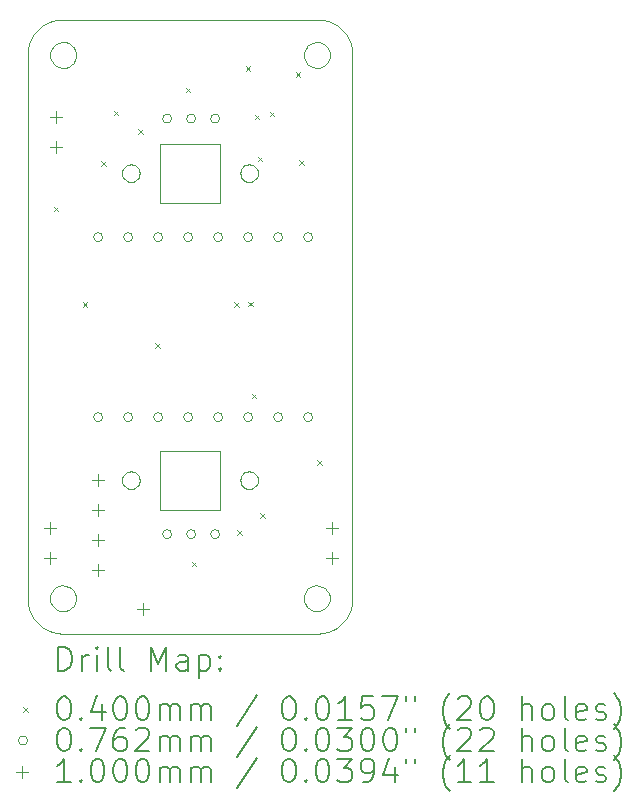
<source format=gbr>
%TF.GenerationSoftware,KiCad,Pcbnew,7.0.7*%
%TF.CreationDate,2024-09-13T10:44:55-05:00*%
%TF.ProjectId,OM-EPSC3-Micro,4f4d2d45-5053-4433-932d-4d6963726f2e,rev?*%
%TF.SameCoordinates,Original*%
%TF.FileFunction,Drillmap*%
%TF.FilePolarity,Positive*%
%FSLAX45Y45*%
G04 Gerber Fmt 4.5, Leading zero omitted, Abs format (unit mm)*
G04 Created by KiCad (PCBNEW 7.0.7) date 2024-09-13 10:44:55*
%MOMM*%
%LPD*%
G01*
G04 APERTURE LIST*
%ADD10C,0.003779*%
%ADD11C,0.200000*%
%ADD12C,0.040000*%
%ADD13C,0.076200*%
%ADD14C,0.100000*%
G04 APERTURE END LIST*
D10*
X22016500Y-10617700D02*
X22016500Y-10706100D01*
X21489500Y-9156100D02*
X21899100Y-9156100D01*
X22729000Y-10391100D02*
X22718300Y-10399384D01*
X21085000Y-9483500D02*
X21095100Y-9509100D01*
X22701500Y-10493600D02*
X22713500Y-10509100D01*
X21804000Y-10521100D02*
X21819500Y-10509100D01*
X21095100Y-14109100D02*
X21111300Y-14131400D01*
X23235000Y-9428700D02*
X23231500Y-9456100D01*
X21095100Y-9403100D02*
X21085000Y-9428700D01*
X22016500Y-13306100D02*
X22516500Y-13306100D01*
X21729000Y-13121100D02*
X21747100Y-13128500D01*
X21766500Y-10381100D02*
X21747100Y-10383700D01*
X20906200Y-9363400D02*
X20924200Y-9319900D01*
X23641500Y-10617700D02*
X23641500Y-12256100D01*
X21831500Y-10418600D02*
X21827087Y-10412900D01*
X21694300Y-10436211D02*
X21694100Y-10436700D01*
X21144600Y-14352400D02*
X21098800Y-14341400D01*
X21212100Y-9348000D02*
X21184600Y-9346300D01*
X23411600Y-14140900D02*
X23430500Y-14120800D01*
X21899100Y-9156100D02*
X22718300Y-9156100D01*
X21729000Y-12991100D02*
X21713500Y-13003100D01*
X23245100Y-9509100D02*
X23261300Y-9531400D01*
X23641500Y-12256100D02*
X23641500Y-13075300D01*
X23430500Y-13991400D02*
X23411600Y-13971300D01*
X23641500Y-13248368D02*
X23641500Y-13494166D01*
X23334600Y-9565900D02*
X23362100Y-9564200D01*
X23584200Y-14232400D02*
X23553600Y-14268200D01*
X23388300Y-9356600D02*
X23362100Y-9348000D01*
X21015200Y-14298800D02*
X20979400Y-14268200D01*
X21184600Y-9565900D02*
X21212100Y-9564200D01*
X21747100Y-12983700D02*
X21729000Y-12991100D01*
X23282600Y-9549000D02*
X23307500Y-9560700D01*
X21838900Y-10436700D02*
X21831500Y-10418600D01*
X22819500Y-13003100D02*
X22804000Y-12991100D01*
X22804000Y-10521100D02*
X22819500Y-10509100D01*
X21694073Y-13075300D02*
X21694100Y-13075500D01*
X21831500Y-13018600D02*
X21819500Y-13003100D01*
X23428149Y-9388900D02*
X23411600Y-9371300D01*
X21284700Y-9399042D02*
X21280500Y-9391400D01*
X20906200Y-14148800D02*
X20895200Y-14103000D01*
X21111300Y-9380800D02*
X21105416Y-9388900D01*
X23411600Y-9371300D02*
X23388300Y-9356600D01*
X21838927Y-13075300D02*
X21841500Y-13056100D01*
X23517800Y-9213400D02*
X23537500Y-9230239D01*
X21085000Y-14028700D02*
X21081500Y-14056100D01*
X23537500Y-9230239D02*
X23553600Y-9244000D01*
X23641500Y-14056100D02*
X23637800Y-14103000D01*
X23282600Y-13963200D02*
X23261300Y-13980800D01*
X21080277Y-9178465D02*
X21098800Y-9170800D01*
X23307500Y-9351500D02*
X23282600Y-9363200D01*
X22718300Y-10512816D02*
X22729000Y-10521100D01*
X21831500Y-13093600D02*
X21838900Y-13075500D01*
X21280500Y-9520800D02*
X21284700Y-9513158D01*
X23307500Y-9560700D02*
X23332700Y-9565536D01*
X23388300Y-13956599D02*
X23362100Y-13948000D01*
X21079900Y-9178621D02*
X21080277Y-9178465D01*
X20979400Y-14268200D02*
X20948800Y-14232400D01*
X22804000Y-13121100D02*
X22819500Y-13109100D01*
X20948800Y-14232400D02*
X20924200Y-14192300D01*
X21691500Y-13056100D02*
X21694073Y-13075300D01*
X21238300Y-9555600D02*
X21261600Y-9540900D01*
X21085000Y-14083500D02*
X21091234Y-14099300D01*
X23411600Y-13971300D02*
X23388300Y-13956599D01*
X23334600Y-14165900D02*
X23362100Y-14164200D01*
X23443800Y-14015600D02*
X23430500Y-13991400D01*
X21081500Y-14056100D02*
X21085000Y-14083500D01*
X22694100Y-10436700D02*
X22691500Y-10456100D01*
X22701500Y-13093600D02*
X22713500Y-13109100D01*
X21261600Y-9540900D02*
X21280500Y-9520800D01*
X22516500Y-13306100D02*
X22516500Y-13075300D01*
X23362100Y-13948000D02*
X23334600Y-13946300D01*
X22713500Y-13003100D02*
X22701500Y-13018600D01*
X21212100Y-14164200D02*
X21238300Y-14155600D01*
X21284700Y-13999042D02*
X21280500Y-13991400D01*
X22718300Y-9156100D02*
X23127900Y-9156100D01*
X21278149Y-9388900D02*
X21261600Y-9371300D01*
X21238300Y-14155600D02*
X21261600Y-14140900D01*
X20891500Y-10706100D02*
X20891500Y-10617700D01*
X23553600Y-9244000D02*
X23584200Y-9279800D01*
X21144600Y-9159800D02*
X21191500Y-9156100D01*
X21827087Y-10412900D02*
X21819500Y-10403100D01*
X23282600Y-14149000D02*
X23307500Y-14160700D01*
X21157500Y-9351500D02*
X21132600Y-9363200D01*
X22804000Y-10391100D02*
X22785900Y-10383700D01*
X21899100Y-14356100D02*
X21489500Y-14356100D01*
X22694100Y-10475500D02*
X22701500Y-10493600D01*
X23641500Y-13075300D02*
X23641500Y-13248368D01*
X21157500Y-13951500D02*
X21132600Y-13963200D01*
X22516500Y-10617700D02*
X22516500Y-10206100D01*
X21261600Y-9371300D02*
X21238300Y-9356600D01*
X21729000Y-10391100D02*
X21713500Y-10403100D01*
X23517800Y-14298800D02*
X23509160Y-14304100D01*
X21841500Y-13056100D02*
X21838900Y-13036700D01*
X21055300Y-14323400D02*
X21015200Y-14298800D01*
X23626800Y-14148800D02*
X23608800Y-14192300D01*
X22691500Y-10456100D02*
X22694100Y-10475500D01*
X23307500Y-14160700D02*
X23334600Y-14165900D01*
X23641500Y-13494166D02*
X23641500Y-13827551D01*
X23245100Y-9403100D02*
X23235000Y-9428700D01*
X22691500Y-13056100D02*
X22694073Y-13075300D01*
X21238300Y-9356600D02*
X21212100Y-9348000D01*
X22016500Y-10206100D02*
X22016500Y-10617700D01*
X21293800Y-9415600D02*
X21284700Y-9399042D01*
X21838900Y-13075500D02*
X21838927Y-13075300D01*
X21831500Y-10493600D02*
X21838900Y-10475500D01*
X23608800Y-9319900D02*
X23626800Y-9363400D01*
X23450600Y-9469900D02*
X23450600Y-9442300D01*
X22747100Y-12983700D02*
X22729000Y-12991100D01*
X23245100Y-14003100D02*
X23235000Y-14028700D01*
X23450600Y-9442300D02*
X23443800Y-9415600D01*
X20891500Y-10617700D02*
X20891500Y-9456100D01*
X22785900Y-10528500D02*
X22804000Y-10521100D01*
X22016500Y-13075300D02*
X22016500Y-13306100D01*
X23450600Y-14042300D02*
X23443800Y-14015600D01*
X21300600Y-9442300D02*
X21293800Y-9415600D01*
X21184600Y-14165900D02*
X21212100Y-14164200D01*
X23477700Y-14323400D02*
X23434200Y-14341400D01*
X21280500Y-9391400D02*
X21278149Y-9388900D01*
X22016500Y-10706100D02*
X22516500Y-10706100D01*
X22831500Y-13093600D02*
X22838900Y-13075500D01*
X23641500Y-9798500D02*
X23641500Y-10617700D01*
X23537500Y-14281961D02*
X23517800Y-14298800D01*
X22701500Y-10418600D02*
X22694100Y-10436700D01*
X21191500Y-14356100D02*
X21144600Y-14352400D01*
X23434200Y-14341400D02*
X23388400Y-14352400D01*
X23334600Y-13946300D02*
X23332700Y-13946664D01*
X23235000Y-9483500D02*
X23245100Y-9509100D01*
X20948800Y-9279800D02*
X20979400Y-9244000D01*
X20891500Y-12256100D02*
X20891500Y-10706100D01*
X22747100Y-13128500D02*
X22766500Y-13131100D01*
X21157500Y-14160700D02*
X21184600Y-14165900D01*
X22747100Y-10383700D02*
X22729000Y-10391100D01*
X21819500Y-13109100D02*
X21831500Y-13093600D01*
X21838900Y-13036700D02*
X21831500Y-13018600D01*
X22713500Y-13109100D02*
X22718300Y-13112816D01*
X22819500Y-10509100D02*
X22831500Y-10493600D01*
X23637800Y-9409200D02*
X23641500Y-9456100D01*
X22838900Y-13036700D02*
X22831500Y-13018600D01*
X22694100Y-13036700D02*
X22691500Y-13056100D01*
X21280500Y-14120800D02*
X21292316Y-14099300D01*
X23261300Y-9380800D02*
X23255416Y-9388900D01*
X23608800Y-14192300D02*
X23584200Y-14232400D01*
X21055300Y-9188800D02*
X21079900Y-9178621D01*
X20924200Y-9319900D02*
X20948800Y-9279800D01*
X21691500Y-10456100D02*
X21694100Y-10475500D01*
X21132600Y-9363200D02*
X21111300Y-9380800D01*
X22785900Y-10383700D02*
X22766500Y-10381100D01*
X21081500Y-9456100D02*
X21085000Y-9483500D01*
X21184600Y-9346300D02*
X21157500Y-9351500D01*
X21713500Y-10403100D02*
X21705913Y-10412900D01*
X23637800Y-14103000D02*
X23626800Y-14148800D01*
X23443800Y-9496600D02*
X23450600Y-9469900D01*
X23411600Y-9540900D02*
X23430500Y-9520800D01*
X21300600Y-14042300D02*
X21293800Y-14015600D01*
X22831500Y-10418600D02*
X22827087Y-10412900D01*
X22718300Y-14356100D02*
X21899100Y-14356100D01*
X21212100Y-9564200D02*
X21238300Y-9555600D01*
X21694100Y-10436700D02*
X21691500Y-10456100D01*
X21098800Y-14341400D02*
X21079900Y-14333579D01*
X21091234Y-14099300D02*
X21095100Y-14109100D01*
X21300600Y-9469900D02*
X21300600Y-9442300D01*
X23509160Y-14304100D02*
X23477700Y-14323400D01*
X22729000Y-12991100D02*
X22718300Y-12999384D01*
X21085000Y-9428700D02*
X21081500Y-9456100D01*
X21261600Y-14140900D02*
X21280500Y-14120800D01*
X21713500Y-10509100D02*
X21729000Y-10521100D01*
X23261300Y-13980800D02*
X23245100Y-14003100D01*
X23362100Y-14164200D02*
X23388300Y-14155600D01*
X23434200Y-9170800D02*
X23477700Y-9188800D01*
X20979400Y-9244000D02*
X21015200Y-9213400D01*
X23641500Y-9456100D02*
X23641500Y-9798500D01*
X22827087Y-10412900D02*
X22819500Y-10403100D01*
X21701500Y-10493600D02*
X21713500Y-10509100D01*
X21098800Y-9170800D02*
X21144600Y-9159800D01*
X21111300Y-9531400D02*
X21132600Y-9549000D01*
X22729000Y-13121100D02*
X22747100Y-13128500D01*
X21747100Y-10383700D02*
X21729000Y-10391100D01*
X23626800Y-9363400D02*
X23637800Y-9409200D01*
X21261600Y-13971300D02*
X21238300Y-13956599D01*
X22516500Y-10206100D02*
X22016500Y-10206100D01*
X22841500Y-13056100D02*
X22838900Y-13036700D01*
X23442316Y-14099300D02*
X23443800Y-14096600D01*
X22713500Y-10403100D02*
X22701500Y-10418600D01*
X22718300Y-13112816D02*
X22729000Y-13121100D01*
X23430500Y-14120800D02*
X23442316Y-14099300D01*
X22701500Y-13018600D02*
X22694100Y-13036700D01*
X23388300Y-14155600D02*
X23411600Y-14140900D01*
X23282600Y-9363200D02*
X23261300Y-9380800D01*
X21293800Y-14096600D02*
X21300600Y-14069900D01*
X21785900Y-13128500D02*
X21804000Y-13121100D01*
X23443800Y-14096600D02*
X23450600Y-14069900D01*
X23450600Y-14069900D02*
X23450600Y-14042300D01*
X23261300Y-14131400D02*
X23282600Y-14149000D01*
X21132600Y-14149000D02*
X21157500Y-14160700D01*
X21838900Y-10475500D02*
X21841500Y-10456100D01*
X21841500Y-10456100D02*
X21838900Y-10436700D01*
X23235000Y-14083500D02*
X23241234Y-14099300D01*
X21729000Y-10521100D02*
X21747100Y-10528500D01*
X22804000Y-12991100D02*
X22785900Y-12983700D01*
X23388400Y-9159800D02*
X23434200Y-9170800D01*
X21184600Y-13946300D02*
X21157500Y-13951500D01*
X20924200Y-14192300D02*
X20906200Y-14148800D01*
X22831500Y-10493600D02*
X22838900Y-10475500D01*
X20895200Y-14103000D02*
X20891500Y-14056100D01*
X21292316Y-14099300D02*
X21293800Y-14096600D01*
X22516500Y-10706100D02*
X22516500Y-10617700D01*
X21701500Y-13093600D02*
X21713500Y-13109100D01*
X21095100Y-14003100D02*
X21085000Y-14028700D01*
X22841500Y-10456100D02*
X22838900Y-10436700D01*
X22785900Y-13128500D02*
X22804000Y-13121100D01*
X23641500Y-13894500D02*
X23641500Y-14056100D01*
X22729000Y-10521100D02*
X22747100Y-10528500D01*
X21079900Y-14333579D02*
X21055300Y-14323400D01*
X21293800Y-14015600D02*
X21284700Y-13999042D01*
X23231500Y-14056100D02*
X23235000Y-14083500D01*
X21694300Y-10475989D02*
X21701500Y-10493600D01*
X21785900Y-10383700D02*
X21766500Y-10381100D01*
X23209248Y-9156100D02*
X23341500Y-9156100D01*
X21111300Y-14131400D02*
X21132600Y-14149000D01*
X21280500Y-13991400D02*
X21261600Y-13971300D01*
X23341500Y-14356100D02*
X23127900Y-14356100D01*
X23334600Y-9346300D02*
X23307500Y-9351500D01*
X21694100Y-13036700D02*
X21691500Y-13056100D01*
X23307500Y-13951500D02*
X23282600Y-13963200D01*
X21212100Y-13948000D02*
X21184600Y-13946300D01*
X21804000Y-10391100D02*
X21785900Y-10383700D01*
X22785900Y-12983700D02*
X22766500Y-12981100D01*
X21105416Y-9388900D02*
X21095100Y-9403100D01*
X23430500Y-9391400D02*
X23428149Y-9388900D01*
X22838900Y-10436700D02*
X22831500Y-10418600D01*
X21157500Y-9560700D02*
X21184600Y-9565900D01*
X21766500Y-13131100D02*
X21785900Y-13128500D01*
X23332700Y-13946664D02*
X23307500Y-13951500D01*
X22838900Y-13075500D02*
X22838927Y-13075300D01*
X21785900Y-10528500D02*
X21804000Y-10521100D01*
X21804000Y-12991100D02*
X21785900Y-12983700D01*
X22694073Y-13075300D02*
X22694100Y-13075500D01*
X20891500Y-13894500D02*
X20891500Y-12256100D01*
X21132600Y-13963200D02*
X21111300Y-13980800D01*
X22516500Y-12806100D02*
X22016500Y-12806100D01*
X22718300Y-12999384D02*
X22713500Y-13003100D01*
X21819500Y-10509100D02*
X21831500Y-10493600D01*
X23241234Y-14099300D02*
X23245100Y-14109100D01*
X23231500Y-9456100D02*
X23235000Y-9483500D01*
X23443800Y-9415600D02*
X23430500Y-9391400D01*
X21747100Y-10528500D02*
X21766500Y-10531100D01*
X21095100Y-9509100D02*
X21111300Y-9531400D01*
X23362100Y-9564200D02*
X23388300Y-9555600D01*
X23245100Y-14109100D02*
X23261300Y-14131400D01*
X23430500Y-9520800D02*
X23443800Y-9496600D01*
X22747100Y-10528500D02*
X22766500Y-10531100D01*
X21713500Y-13109100D02*
X21729000Y-13121100D01*
X23255416Y-9388900D02*
X23245100Y-9403100D01*
X21489500Y-14356100D02*
X21191500Y-14356100D01*
X22819500Y-10403100D02*
X22804000Y-10391100D01*
X21705913Y-10412900D02*
X21701500Y-10418600D01*
X21819500Y-13003100D02*
X21804000Y-12991100D01*
X22831500Y-13018600D02*
X22819500Y-13003100D01*
X23332700Y-9565536D02*
X23334600Y-9565900D01*
X21694100Y-10475500D02*
X21694300Y-10475989D01*
X22516500Y-13075300D02*
X22516500Y-12806100D01*
X21111300Y-13980800D02*
X21095100Y-14003100D01*
X22766500Y-10531100D02*
X22785900Y-10528500D01*
X22016500Y-12806100D02*
X22016500Y-13075300D01*
X21694100Y-13075500D02*
X21701500Y-13093600D01*
X22838900Y-10475500D02*
X22841500Y-10456100D01*
X22766500Y-10381100D02*
X22747100Y-10383700D01*
X23261300Y-9531400D02*
X23282600Y-9549000D01*
X23641500Y-13827551D02*
X23641500Y-13894500D01*
X20895200Y-9409200D02*
X20906200Y-9363400D01*
X22766500Y-13131100D02*
X22785900Y-13128500D01*
X23341500Y-9156100D02*
X23388400Y-9159800D01*
X21132600Y-9549000D02*
X21157500Y-9560700D01*
X20891500Y-9456100D02*
X20895200Y-9409200D01*
X21300600Y-14069900D02*
X21300600Y-14042300D01*
X22718300Y-10399384D02*
X22713500Y-10403100D01*
X23388400Y-14352400D02*
X23341500Y-14356100D01*
X21238300Y-13956599D02*
X21212100Y-13948000D01*
X23553600Y-14268200D02*
X23537500Y-14281961D01*
X22713500Y-10509100D02*
X22718300Y-10512816D01*
X22766500Y-12981100D02*
X22747100Y-12983700D01*
X23477700Y-9188800D02*
X23517800Y-9213400D01*
X23388300Y-9555600D02*
X23411600Y-9540900D01*
X21701500Y-10418600D02*
X21694300Y-10436211D01*
X21819500Y-10403100D02*
X21804000Y-10391100D01*
X21701500Y-13018600D02*
X21694100Y-13036700D01*
X21191500Y-9156100D02*
X21489500Y-9156100D01*
X21293800Y-9496600D02*
X21300600Y-9469900D01*
X21284700Y-9513158D02*
X21293800Y-9496600D01*
X20891500Y-14056100D02*
X20891500Y-13894500D01*
X23127900Y-14356100D02*
X22718300Y-14356100D01*
X22819500Y-13109100D02*
X22831500Y-13093600D01*
X23584200Y-9279800D02*
X23608800Y-9319900D01*
X23127900Y-9156100D02*
X23209248Y-9156100D01*
X21747100Y-13128500D02*
X21766500Y-13131100D01*
X21804000Y-13121100D02*
X21819500Y-13109100D01*
X21713500Y-13003100D02*
X21701500Y-13018600D01*
X21015200Y-9213400D02*
X21055300Y-9188800D01*
X21785900Y-12983700D02*
X21766500Y-12981100D01*
X22694100Y-13075500D02*
X22701500Y-13093600D01*
X23362100Y-9348000D02*
X23334600Y-9346300D01*
X21766500Y-10531100D02*
X21785900Y-10528500D01*
X22838927Y-13075300D02*
X22841500Y-13056100D01*
X21766500Y-12981100D02*
X21747100Y-12983700D01*
X23235000Y-14028700D02*
X23231500Y-14056100D01*
D11*
D12*
X21111930Y-10739820D02*
X21151930Y-10779820D01*
X21151930Y-10739820D02*
X21111930Y-10779820D01*
X21356560Y-11549650D02*
X21396560Y-11589650D01*
X21396560Y-11549650D02*
X21356560Y-11589650D01*
X21512860Y-10355700D02*
X21552860Y-10395700D01*
X21552860Y-10355700D02*
X21512860Y-10395700D01*
X21620800Y-9927460D02*
X21660800Y-9967460D01*
X21660800Y-9927460D02*
X21620800Y-9967460D01*
X21828980Y-10084100D02*
X21868980Y-10124100D01*
X21868980Y-10084100D02*
X21828980Y-10124100D01*
X21970470Y-11893900D02*
X22010470Y-11933900D01*
X22010470Y-11893900D02*
X21970470Y-11933900D01*
X22230400Y-9733600D02*
X22270400Y-9773600D01*
X22270400Y-9733600D02*
X22230400Y-9773600D01*
X22281200Y-13746800D02*
X22321200Y-13786800D01*
X22321200Y-13746800D02*
X22281200Y-13786800D01*
X22642190Y-11549650D02*
X22682190Y-11589650D01*
X22682190Y-11549650D02*
X22642190Y-11589650D01*
X22667230Y-13477190D02*
X22707230Y-13517190D01*
X22707230Y-13477190D02*
X22667230Y-13517190D01*
X22738400Y-9550780D02*
X22778400Y-9590780D01*
X22778400Y-9550780D02*
X22738400Y-9590780D01*
X22760660Y-11543670D02*
X22800660Y-11583670D01*
X22800660Y-11543670D02*
X22760660Y-11583670D01*
X22789200Y-12324400D02*
X22829200Y-12364400D01*
X22829200Y-12324400D02*
X22789200Y-12364400D01*
X22814600Y-9962200D02*
X22854600Y-10002200D01*
X22854600Y-9962200D02*
X22814600Y-10002200D01*
X22840000Y-10317800D02*
X22880000Y-10357800D01*
X22880000Y-10317800D02*
X22840000Y-10357800D01*
X22860500Y-13334530D02*
X22900500Y-13374530D01*
X22900500Y-13334530D02*
X22860500Y-13374530D01*
X22941600Y-9936800D02*
X22981600Y-9976800D01*
X22981600Y-9936800D02*
X22941600Y-9976800D01*
X23160130Y-9603270D02*
X23200130Y-9643270D01*
X23200130Y-9603270D02*
X23160130Y-9643270D01*
X23191870Y-10346320D02*
X23231870Y-10386320D01*
X23231870Y-10346320D02*
X23191870Y-10386320D01*
X23339880Y-12884410D02*
X23379880Y-12924410D01*
X23379880Y-12884410D02*
X23339880Y-12924410D01*
D13*
X21526500Y-10998200D02*
G75*
G03*
X21526500Y-10998200I-38100J0D01*
G01*
X21526500Y-12522200D02*
G75*
G03*
X21526500Y-12522200I-38100J0D01*
G01*
X21780500Y-10998200D02*
G75*
G03*
X21780500Y-10998200I-38100J0D01*
G01*
X21780500Y-12522200D02*
G75*
G03*
X21780500Y-12522200I-38100J0D01*
G01*
X22034500Y-10998200D02*
G75*
G03*
X22034500Y-10998200I-38100J0D01*
G01*
X22034500Y-12522200D02*
G75*
G03*
X22034500Y-12522200I-38100J0D01*
G01*
X22110700Y-9994900D02*
G75*
G03*
X22110700Y-9994900I-38100J0D01*
G01*
X22110700Y-13512800D02*
G75*
G03*
X22110700Y-13512800I-38100J0D01*
G01*
X22288500Y-10998200D02*
G75*
G03*
X22288500Y-10998200I-38100J0D01*
G01*
X22288500Y-12522200D02*
G75*
G03*
X22288500Y-12522200I-38100J0D01*
G01*
X22313900Y-9994900D02*
G75*
G03*
X22313900Y-9994900I-38100J0D01*
G01*
X22313900Y-13512800D02*
G75*
G03*
X22313900Y-13512800I-38100J0D01*
G01*
X22517100Y-9994900D02*
G75*
G03*
X22517100Y-9994900I-38100J0D01*
G01*
X22517100Y-13512800D02*
G75*
G03*
X22517100Y-13512800I-38100J0D01*
G01*
X22542500Y-10998200D02*
G75*
G03*
X22542500Y-10998200I-38100J0D01*
G01*
X22542500Y-12522200D02*
G75*
G03*
X22542500Y-12522200I-38100J0D01*
G01*
X22796500Y-10998200D02*
G75*
G03*
X22796500Y-10998200I-38100J0D01*
G01*
X22796500Y-12522200D02*
G75*
G03*
X22796500Y-12522200I-38100J0D01*
G01*
X23050500Y-10998200D02*
G75*
G03*
X23050500Y-10998200I-38100J0D01*
G01*
X23050500Y-12522200D02*
G75*
G03*
X23050500Y-12522200I-38100J0D01*
G01*
X23304500Y-10998200D02*
G75*
G03*
X23304500Y-10998200I-38100J0D01*
G01*
X23304500Y-12522200D02*
G75*
G03*
X23304500Y-12522200I-38100J0D01*
G01*
D14*
X21082000Y-13412000D02*
X21082000Y-13512000D01*
X21032000Y-13462000D02*
X21132000Y-13462000D01*
X21082000Y-13666000D02*
X21082000Y-13766000D01*
X21032000Y-13716000D02*
X21132000Y-13716000D01*
X21132800Y-9934200D02*
X21132800Y-10034200D01*
X21082800Y-9984200D02*
X21182800Y-9984200D01*
X21132800Y-10184200D02*
X21132800Y-10284200D01*
X21082800Y-10234200D02*
X21182800Y-10234200D01*
X21488400Y-13005600D02*
X21488400Y-13105600D01*
X21438400Y-13055600D02*
X21538400Y-13055600D01*
X21488400Y-13259600D02*
X21488400Y-13359600D01*
X21438400Y-13309600D02*
X21538400Y-13309600D01*
X21488400Y-13513600D02*
X21488400Y-13613600D01*
X21438400Y-13563600D02*
X21538400Y-13563600D01*
X21488400Y-13767600D02*
X21488400Y-13867600D01*
X21438400Y-13817600D02*
X21538400Y-13817600D01*
X21869400Y-14097800D02*
X21869400Y-14197800D01*
X21819400Y-14147800D02*
X21919400Y-14147800D01*
X23469600Y-13412000D02*
X23469600Y-13512000D01*
X23419600Y-13462000D02*
X23519600Y-13462000D01*
X23469600Y-13666000D02*
X23469600Y-13766000D01*
X23419600Y-13716000D02*
X23519600Y-13716000D01*
D11*
X21152088Y-14667772D02*
X21152088Y-14467772D01*
X21152088Y-14467772D02*
X21199707Y-14467772D01*
X21199707Y-14467772D02*
X21228278Y-14477296D01*
X21228278Y-14477296D02*
X21247326Y-14496344D01*
X21247326Y-14496344D02*
X21256850Y-14515391D01*
X21256850Y-14515391D02*
X21266374Y-14553487D01*
X21266374Y-14553487D02*
X21266374Y-14582058D01*
X21266374Y-14582058D02*
X21256850Y-14620153D01*
X21256850Y-14620153D02*
X21247326Y-14639201D01*
X21247326Y-14639201D02*
X21228278Y-14658249D01*
X21228278Y-14658249D02*
X21199707Y-14667772D01*
X21199707Y-14667772D02*
X21152088Y-14667772D01*
X21352088Y-14667772D02*
X21352088Y-14534439D01*
X21352088Y-14572534D02*
X21361612Y-14553487D01*
X21361612Y-14553487D02*
X21371136Y-14543963D01*
X21371136Y-14543963D02*
X21390183Y-14534439D01*
X21390183Y-14534439D02*
X21409231Y-14534439D01*
X21475897Y-14667772D02*
X21475897Y-14534439D01*
X21475897Y-14467772D02*
X21466374Y-14477296D01*
X21466374Y-14477296D02*
X21475897Y-14486820D01*
X21475897Y-14486820D02*
X21485421Y-14477296D01*
X21485421Y-14477296D02*
X21475897Y-14467772D01*
X21475897Y-14467772D02*
X21475897Y-14486820D01*
X21599707Y-14667772D02*
X21580659Y-14658249D01*
X21580659Y-14658249D02*
X21571136Y-14639201D01*
X21571136Y-14639201D02*
X21571136Y-14467772D01*
X21704469Y-14667772D02*
X21685421Y-14658249D01*
X21685421Y-14658249D02*
X21675897Y-14639201D01*
X21675897Y-14639201D02*
X21675897Y-14467772D01*
X21933040Y-14667772D02*
X21933040Y-14467772D01*
X21933040Y-14467772D02*
X21999707Y-14610630D01*
X21999707Y-14610630D02*
X22066374Y-14467772D01*
X22066374Y-14467772D02*
X22066374Y-14667772D01*
X22247326Y-14667772D02*
X22247326Y-14563011D01*
X22247326Y-14563011D02*
X22237802Y-14543963D01*
X22237802Y-14543963D02*
X22218755Y-14534439D01*
X22218755Y-14534439D02*
X22180659Y-14534439D01*
X22180659Y-14534439D02*
X22161612Y-14543963D01*
X22247326Y-14658249D02*
X22228278Y-14667772D01*
X22228278Y-14667772D02*
X22180659Y-14667772D01*
X22180659Y-14667772D02*
X22161612Y-14658249D01*
X22161612Y-14658249D02*
X22152088Y-14639201D01*
X22152088Y-14639201D02*
X22152088Y-14620153D01*
X22152088Y-14620153D02*
X22161612Y-14601106D01*
X22161612Y-14601106D02*
X22180659Y-14591582D01*
X22180659Y-14591582D02*
X22228278Y-14591582D01*
X22228278Y-14591582D02*
X22247326Y-14582058D01*
X22342564Y-14534439D02*
X22342564Y-14734439D01*
X22342564Y-14543963D02*
X22361612Y-14534439D01*
X22361612Y-14534439D02*
X22399707Y-14534439D01*
X22399707Y-14534439D02*
X22418755Y-14543963D01*
X22418755Y-14543963D02*
X22428278Y-14553487D01*
X22428278Y-14553487D02*
X22437802Y-14572534D01*
X22437802Y-14572534D02*
X22437802Y-14629677D01*
X22437802Y-14629677D02*
X22428278Y-14648725D01*
X22428278Y-14648725D02*
X22418755Y-14658249D01*
X22418755Y-14658249D02*
X22399707Y-14667772D01*
X22399707Y-14667772D02*
X22361612Y-14667772D01*
X22361612Y-14667772D02*
X22342564Y-14658249D01*
X22523516Y-14648725D02*
X22533040Y-14658249D01*
X22533040Y-14658249D02*
X22523516Y-14667772D01*
X22523516Y-14667772D02*
X22513993Y-14658249D01*
X22513993Y-14658249D02*
X22523516Y-14648725D01*
X22523516Y-14648725D02*
X22523516Y-14667772D01*
X22523516Y-14543963D02*
X22533040Y-14553487D01*
X22533040Y-14553487D02*
X22523516Y-14563011D01*
X22523516Y-14563011D02*
X22513993Y-14553487D01*
X22513993Y-14553487D02*
X22523516Y-14543963D01*
X22523516Y-14543963D02*
X22523516Y-14563011D01*
D12*
X20851311Y-14976289D02*
X20891311Y-15016289D01*
X20891311Y-14976289D02*
X20851311Y-15016289D01*
D11*
X21190183Y-14887772D02*
X21209231Y-14887772D01*
X21209231Y-14887772D02*
X21228278Y-14897296D01*
X21228278Y-14897296D02*
X21237802Y-14906820D01*
X21237802Y-14906820D02*
X21247326Y-14925868D01*
X21247326Y-14925868D02*
X21256850Y-14963963D01*
X21256850Y-14963963D02*
X21256850Y-15011582D01*
X21256850Y-15011582D02*
X21247326Y-15049677D01*
X21247326Y-15049677D02*
X21237802Y-15068725D01*
X21237802Y-15068725D02*
X21228278Y-15078249D01*
X21228278Y-15078249D02*
X21209231Y-15087772D01*
X21209231Y-15087772D02*
X21190183Y-15087772D01*
X21190183Y-15087772D02*
X21171136Y-15078249D01*
X21171136Y-15078249D02*
X21161612Y-15068725D01*
X21161612Y-15068725D02*
X21152088Y-15049677D01*
X21152088Y-15049677D02*
X21142564Y-15011582D01*
X21142564Y-15011582D02*
X21142564Y-14963963D01*
X21142564Y-14963963D02*
X21152088Y-14925868D01*
X21152088Y-14925868D02*
X21161612Y-14906820D01*
X21161612Y-14906820D02*
X21171136Y-14897296D01*
X21171136Y-14897296D02*
X21190183Y-14887772D01*
X21342564Y-15068725D02*
X21352088Y-15078249D01*
X21352088Y-15078249D02*
X21342564Y-15087772D01*
X21342564Y-15087772D02*
X21333040Y-15078249D01*
X21333040Y-15078249D02*
X21342564Y-15068725D01*
X21342564Y-15068725D02*
X21342564Y-15087772D01*
X21523517Y-14954439D02*
X21523517Y-15087772D01*
X21475897Y-14878249D02*
X21428278Y-15021106D01*
X21428278Y-15021106D02*
X21552088Y-15021106D01*
X21666374Y-14887772D02*
X21685421Y-14887772D01*
X21685421Y-14887772D02*
X21704469Y-14897296D01*
X21704469Y-14897296D02*
X21713993Y-14906820D01*
X21713993Y-14906820D02*
X21723517Y-14925868D01*
X21723517Y-14925868D02*
X21733040Y-14963963D01*
X21733040Y-14963963D02*
X21733040Y-15011582D01*
X21733040Y-15011582D02*
X21723517Y-15049677D01*
X21723517Y-15049677D02*
X21713993Y-15068725D01*
X21713993Y-15068725D02*
X21704469Y-15078249D01*
X21704469Y-15078249D02*
X21685421Y-15087772D01*
X21685421Y-15087772D02*
X21666374Y-15087772D01*
X21666374Y-15087772D02*
X21647326Y-15078249D01*
X21647326Y-15078249D02*
X21637802Y-15068725D01*
X21637802Y-15068725D02*
X21628278Y-15049677D01*
X21628278Y-15049677D02*
X21618755Y-15011582D01*
X21618755Y-15011582D02*
X21618755Y-14963963D01*
X21618755Y-14963963D02*
X21628278Y-14925868D01*
X21628278Y-14925868D02*
X21637802Y-14906820D01*
X21637802Y-14906820D02*
X21647326Y-14897296D01*
X21647326Y-14897296D02*
X21666374Y-14887772D01*
X21856850Y-14887772D02*
X21875898Y-14887772D01*
X21875898Y-14887772D02*
X21894945Y-14897296D01*
X21894945Y-14897296D02*
X21904469Y-14906820D01*
X21904469Y-14906820D02*
X21913993Y-14925868D01*
X21913993Y-14925868D02*
X21923517Y-14963963D01*
X21923517Y-14963963D02*
X21923517Y-15011582D01*
X21923517Y-15011582D02*
X21913993Y-15049677D01*
X21913993Y-15049677D02*
X21904469Y-15068725D01*
X21904469Y-15068725D02*
X21894945Y-15078249D01*
X21894945Y-15078249D02*
X21875898Y-15087772D01*
X21875898Y-15087772D02*
X21856850Y-15087772D01*
X21856850Y-15087772D02*
X21837802Y-15078249D01*
X21837802Y-15078249D02*
X21828278Y-15068725D01*
X21828278Y-15068725D02*
X21818755Y-15049677D01*
X21818755Y-15049677D02*
X21809231Y-15011582D01*
X21809231Y-15011582D02*
X21809231Y-14963963D01*
X21809231Y-14963963D02*
X21818755Y-14925868D01*
X21818755Y-14925868D02*
X21828278Y-14906820D01*
X21828278Y-14906820D02*
X21837802Y-14897296D01*
X21837802Y-14897296D02*
X21856850Y-14887772D01*
X22009231Y-15087772D02*
X22009231Y-14954439D01*
X22009231Y-14973487D02*
X22018755Y-14963963D01*
X22018755Y-14963963D02*
X22037802Y-14954439D01*
X22037802Y-14954439D02*
X22066374Y-14954439D01*
X22066374Y-14954439D02*
X22085421Y-14963963D01*
X22085421Y-14963963D02*
X22094945Y-14983011D01*
X22094945Y-14983011D02*
X22094945Y-15087772D01*
X22094945Y-14983011D02*
X22104469Y-14963963D01*
X22104469Y-14963963D02*
X22123517Y-14954439D01*
X22123517Y-14954439D02*
X22152088Y-14954439D01*
X22152088Y-14954439D02*
X22171136Y-14963963D01*
X22171136Y-14963963D02*
X22180659Y-14983011D01*
X22180659Y-14983011D02*
X22180659Y-15087772D01*
X22275898Y-15087772D02*
X22275898Y-14954439D01*
X22275898Y-14973487D02*
X22285421Y-14963963D01*
X22285421Y-14963963D02*
X22304469Y-14954439D01*
X22304469Y-14954439D02*
X22333040Y-14954439D01*
X22333040Y-14954439D02*
X22352088Y-14963963D01*
X22352088Y-14963963D02*
X22361612Y-14983011D01*
X22361612Y-14983011D02*
X22361612Y-15087772D01*
X22361612Y-14983011D02*
X22371136Y-14963963D01*
X22371136Y-14963963D02*
X22390183Y-14954439D01*
X22390183Y-14954439D02*
X22418755Y-14954439D01*
X22418755Y-14954439D02*
X22437802Y-14963963D01*
X22437802Y-14963963D02*
X22447326Y-14983011D01*
X22447326Y-14983011D02*
X22447326Y-15087772D01*
X22837802Y-14878249D02*
X22666374Y-15135391D01*
X23094945Y-14887772D02*
X23113993Y-14887772D01*
X23113993Y-14887772D02*
X23133040Y-14897296D01*
X23133040Y-14897296D02*
X23142564Y-14906820D01*
X23142564Y-14906820D02*
X23152088Y-14925868D01*
X23152088Y-14925868D02*
X23161612Y-14963963D01*
X23161612Y-14963963D02*
X23161612Y-15011582D01*
X23161612Y-15011582D02*
X23152088Y-15049677D01*
X23152088Y-15049677D02*
X23142564Y-15068725D01*
X23142564Y-15068725D02*
X23133040Y-15078249D01*
X23133040Y-15078249D02*
X23113993Y-15087772D01*
X23113993Y-15087772D02*
X23094945Y-15087772D01*
X23094945Y-15087772D02*
X23075898Y-15078249D01*
X23075898Y-15078249D02*
X23066374Y-15068725D01*
X23066374Y-15068725D02*
X23056850Y-15049677D01*
X23056850Y-15049677D02*
X23047326Y-15011582D01*
X23047326Y-15011582D02*
X23047326Y-14963963D01*
X23047326Y-14963963D02*
X23056850Y-14925868D01*
X23056850Y-14925868D02*
X23066374Y-14906820D01*
X23066374Y-14906820D02*
X23075898Y-14897296D01*
X23075898Y-14897296D02*
X23094945Y-14887772D01*
X23247326Y-15068725D02*
X23256850Y-15078249D01*
X23256850Y-15078249D02*
X23247326Y-15087772D01*
X23247326Y-15087772D02*
X23237802Y-15078249D01*
X23237802Y-15078249D02*
X23247326Y-15068725D01*
X23247326Y-15068725D02*
X23247326Y-15087772D01*
X23380659Y-14887772D02*
X23399707Y-14887772D01*
X23399707Y-14887772D02*
X23418755Y-14897296D01*
X23418755Y-14897296D02*
X23428279Y-14906820D01*
X23428279Y-14906820D02*
X23437802Y-14925868D01*
X23437802Y-14925868D02*
X23447326Y-14963963D01*
X23447326Y-14963963D02*
X23447326Y-15011582D01*
X23447326Y-15011582D02*
X23437802Y-15049677D01*
X23437802Y-15049677D02*
X23428279Y-15068725D01*
X23428279Y-15068725D02*
X23418755Y-15078249D01*
X23418755Y-15078249D02*
X23399707Y-15087772D01*
X23399707Y-15087772D02*
X23380659Y-15087772D01*
X23380659Y-15087772D02*
X23361612Y-15078249D01*
X23361612Y-15078249D02*
X23352088Y-15068725D01*
X23352088Y-15068725D02*
X23342564Y-15049677D01*
X23342564Y-15049677D02*
X23333040Y-15011582D01*
X23333040Y-15011582D02*
X23333040Y-14963963D01*
X23333040Y-14963963D02*
X23342564Y-14925868D01*
X23342564Y-14925868D02*
X23352088Y-14906820D01*
X23352088Y-14906820D02*
X23361612Y-14897296D01*
X23361612Y-14897296D02*
X23380659Y-14887772D01*
X23637802Y-15087772D02*
X23523517Y-15087772D01*
X23580659Y-15087772D02*
X23580659Y-14887772D01*
X23580659Y-14887772D02*
X23561612Y-14916344D01*
X23561612Y-14916344D02*
X23542564Y-14935391D01*
X23542564Y-14935391D02*
X23523517Y-14944915D01*
X23818755Y-14887772D02*
X23723517Y-14887772D01*
X23723517Y-14887772D02*
X23713993Y-14983011D01*
X23713993Y-14983011D02*
X23723517Y-14973487D01*
X23723517Y-14973487D02*
X23742564Y-14963963D01*
X23742564Y-14963963D02*
X23790183Y-14963963D01*
X23790183Y-14963963D02*
X23809231Y-14973487D01*
X23809231Y-14973487D02*
X23818755Y-14983011D01*
X23818755Y-14983011D02*
X23828279Y-15002058D01*
X23828279Y-15002058D02*
X23828279Y-15049677D01*
X23828279Y-15049677D02*
X23818755Y-15068725D01*
X23818755Y-15068725D02*
X23809231Y-15078249D01*
X23809231Y-15078249D02*
X23790183Y-15087772D01*
X23790183Y-15087772D02*
X23742564Y-15087772D01*
X23742564Y-15087772D02*
X23723517Y-15078249D01*
X23723517Y-15078249D02*
X23713993Y-15068725D01*
X23894945Y-14887772D02*
X24028279Y-14887772D01*
X24028279Y-14887772D02*
X23942564Y-15087772D01*
X24094945Y-14887772D02*
X24094945Y-14925868D01*
X24171136Y-14887772D02*
X24171136Y-14925868D01*
X24466374Y-15163963D02*
X24456850Y-15154439D01*
X24456850Y-15154439D02*
X24437802Y-15125868D01*
X24437802Y-15125868D02*
X24428279Y-15106820D01*
X24428279Y-15106820D02*
X24418755Y-15078249D01*
X24418755Y-15078249D02*
X24409231Y-15030630D01*
X24409231Y-15030630D02*
X24409231Y-14992534D01*
X24409231Y-14992534D02*
X24418755Y-14944915D01*
X24418755Y-14944915D02*
X24428279Y-14916344D01*
X24428279Y-14916344D02*
X24437802Y-14897296D01*
X24437802Y-14897296D02*
X24456850Y-14868725D01*
X24456850Y-14868725D02*
X24466374Y-14859201D01*
X24533041Y-14906820D02*
X24542564Y-14897296D01*
X24542564Y-14897296D02*
X24561612Y-14887772D01*
X24561612Y-14887772D02*
X24609231Y-14887772D01*
X24609231Y-14887772D02*
X24628279Y-14897296D01*
X24628279Y-14897296D02*
X24637802Y-14906820D01*
X24637802Y-14906820D02*
X24647326Y-14925868D01*
X24647326Y-14925868D02*
X24647326Y-14944915D01*
X24647326Y-14944915D02*
X24637802Y-14973487D01*
X24637802Y-14973487D02*
X24523517Y-15087772D01*
X24523517Y-15087772D02*
X24647326Y-15087772D01*
X24771136Y-14887772D02*
X24790183Y-14887772D01*
X24790183Y-14887772D02*
X24809231Y-14897296D01*
X24809231Y-14897296D02*
X24818755Y-14906820D01*
X24818755Y-14906820D02*
X24828279Y-14925868D01*
X24828279Y-14925868D02*
X24837802Y-14963963D01*
X24837802Y-14963963D02*
X24837802Y-15011582D01*
X24837802Y-15011582D02*
X24828279Y-15049677D01*
X24828279Y-15049677D02*
X24818755Y-15068725D01*
X24818755Y-15068725D02*
X24809231Y-15078249D01*
X24809231Y-15078249D02*
X24790183Y-15087772D01*
X24790183Y-15087772D02*
X24771136Y-15087772D01*
X24771136Y-15087772D02*
X24752088Y-15078249D01*
X24752088Y-15078249D02*
X24742564Y-15068725D01*
X24742564Y-15068725D02*
X24733041Y-15049677D01*
X24733041Y-15049677D02*
X24723517Y-15011582D01*
X24723517Y-15011582D02*
X24723517Y-14963963D01*
X24723517Y-14963963D02*
X24733041Y-14925868D01*
X24733041Y-14925868D02*
X24742564Y-14906820D01*
X24742564Y-14906820D02*
X24752088Y-14897296D01*
X24752088Y-14897296D02*
X24771136Y-14887772D01*
X25075898Y-15087772D02*
X25075898Y-14887772D01*
X25161612Y-15087772D02*
X25161612Y-14983011D01*
X25161612Y-14983011D02*
X25152088Y-14963963D01*
X25152088Y-14963963D02*
X25133041Y-14954439D01*
X25133041Y-14954439D02*
X25104469Y-14954439D01*
X25104469Y-14954439D02*
X25085422Y-14963963D01*
X25085422Y-14963963D02*
X25075898Y-14973487D01*
X25285422Y-15087772D02*
X25266374Y-15078249D01*
X25266374Y-15078249D02*
X25256850Y-15068725D01*
X25256850Y-15068725D02*
X25247326Y-15049677D01*
X25247326Y-15049677D02*
X25247326Y-14992534D01*
X25247326Y-14992534D02*
X25256850Y-14973487D01*
X25256850Y-14973487D02*
X25266374Y-14963963D01*
X25266374Y-14963963D02*
X25285422Y-14954439D01*
X25285422Y-14954439D02*
X25313993Y-14954439D01*
X25313993Y-14954439D02*
X25333041Y-14963963D01*
X25333041Y-14963963D02*
X25342564Y-14973487D01*
X25342564Y-14973487D02*
X25352088Y-14992534D01*
X25352088Y-14992534D02*
X25352088Y-15049677D01*
X25352088Y-15049677D02*
X25342564Y-15068725D01*
X25342564Y-15068725D02*
X25333041Y-15078249D01*
X25333041Y-15078249D02*
X25313993Y-15087772D01*
X25313993Y-15087772D02*
X25285422Y-15087772D01*
X25466374Y-15087772D02*
X25447326Y-15078249D01*
X25447326Y-15078249D02*
X25437803Y-15059201D01*
X25437803Y-15059201D02*
X25437803Y-14887772D01*
X25618755Y-15078249D02*
X25599707Y-15087772D01*
X25599707Y-15087772D02*
X25561612Y-15087772D01*
X25561612Y-15087772D02*
X25542564Y-15078249D01*
X25542564Y-15078249D02*
X25533041Y-15059201D01*
X25533041Y-15059201D02*
X25533041Y-14983011D01*
X25533041Y-14983011D02*
X25542564Y-14963963D01*
X25542564Y-14963963D02*
X25561612Y-14954439D01*
X25561612Y-14954439D02*
X25599707Y-14954439D01*
X25599707Y-14954439D02*
X25618755Y-14963963D01*
X25618755Y-14963963D02*
X25628279Y-14983011D01*
X25628279Y-14983011D02*
X25628279Y-15002058D01*
X25628279Y-15002058D02*
X25533041Y-15021106D01*
X25704469Y-15078249D02*
X25723517Y-15087772D01*
X25723517Y-15087772D02*
X25761612Y-15087772D01*
X25761612Y-15087772D02*
X25780660Y-15078249D01*
X25780660Y-15078249D02*
X25790184Y-15059201D01*
X25790184Y-15059201D02*
X25790184Y-15049677D01*
X25790184Y-15049677D02*
X25780660Y-15030630D01*
X25780660Y-15030630D02*
X25761612Y-15021106D01*
X25761612Y-15021106D02*
X25733041Y-15021106D01*
X25733041Y-15021106D02*
X25713993Y-15011582D01*
X25713993Y-15011582D02*
X25704469Y-14992534D01*
X25704469Y-14992534D02*
X25704469Y-14983011D01*
X25704469Y-14983011D02*
X25713993Y-14963963D01*
X25713993Y-14963963D02*
X25733041Y-14954439D01*
X25733041Y-14954439D02*
X25761612Y-14954439D01*
X25761612Y-14954439D02*
X25780660Y-14963963D01*
X25856850Y-15163963D02*
X25866374Y-15154439D01*
X25866374Y-15154439D02*
X25885422Y-15125868D01*
X25885422Y-15125868D02*
X25894945Y-15106820D01*
X25894945Y-15106820D02*
X25904469Y-15078249D01*
X25904469Y-15078249D02*
X25913993Y-15030630D01*
X25913993Y-15030630D02*
X25913993Y-14992534D01*
X25913993Y-14992534D02*
X25904469Y-14944915D01*
X25904469Y-14944915D02*
X25894945Y-14916344D01*
X25894945Y-14916344D02*
X25885422Y-14897296D01*
X25885422Y-14897296D02*
X25866374Y-14868725D01*
X25866374Y-14868725D02*
X25856850Y-14859201D01*
D13*
X20891311Y-15260289D02*
G75*
G03*
X20891311Y-15260289I-38100J0D01*
G01*
D11*
X21190183Y-15151772D02*
X21209231Y-15151772D01*
X21209231Y-15151772D02*
X21228278Y-15161296D01*
X21228278Y-15161296D02*
X21237802Y-15170820D01*
X21237802Y-15170820D02*
X21247326Y-15189868D01*
X21247326Y-15189868D02*
X21256850Y-15227963D01*
X21256850Y-15227963D02*
X21256850Y-15275582D01*
X21256850Y-15275582D02*
X21247326Y-15313677D01*
X21247326Y-15313677D02*
X21237802Y-15332725D01*
X21237802Y-15332725D02*
X21228278Y-15342249D01*
X21228278Y-15342249D02*
X21209231Y-15351772D01*
X21209231Y-15351772D02*
X21190183Y-15351772D01*
X21190183Y-15351772D02*
X21171136Y-15342249D01*
X21171136Y-15342249D02*
X21161612Y-15332725D01*
X21161612Y-15332725D02*
X21152088Y-15313677D01*
X21152088Y-15313677D02*
X21142564Y-15275582D01*
X21142564Y-15275582D02*
X21142564Y-15227963D01*
X21142564Y-15227963D02*
X21152088Y-15189868D01*
X21152088Y-15189868D02*
X21161612Y-15170820D01*
X21161612Y-15170820D02*
X21171136Y-15161296D01*
X21171136Y-15161296D02*
X21190183Y-15151772D01*
X21342564Y-15332725D02*
X21352088Y-15342249D01*
X21352088Y-15342249D02*
X21342564Y-15351772D01*
X21342564Y-15351772D02*
X21333040Y-15342249D01*
X21333040Y-15342249D02*
X21342564Y-15332725D01*
X21342564Y-15332725D02*
X21342564Y-15351772D01*
X21418755Y-15151772D02*
X21552088Y-15151772D01*
X21552088Y-15151772D02*
X21466374Y-15351772D01*
X21713993Y-15151772D02*
X21675897Y-15151772D01*
X21675897Y-15151772D02*
X21656850Y-15161296D01*
X21656850Y-15161296D02*
X21647326Y-15170820D01*
X21647326Y-15170820D02*
X21628278Y-15199391D01*
X21628278Y-15199391D02*
X21618755Y-15237487D01*
X21618755Y-15237487D02*
X21618755Y-15313677D01*
X21618755Y-15313677D02*
X21628278Y-15332725D01*
X21628278Y-15332725D02*
X21637802Y-15342249D01*
X21637802Y-15342249D02*
X21656850Y-15351772D01*
X21656850Y-15351772D02*
X21694945Y-15351772D01*
X21694945Y-15351772D02*
X21713993Y-15342249D01*
X21713993Y-15342249D02*
X21723517Y-15332725D01*
X21723517Y-15332725D02*
X21733040Y-15313677D01*
X21733040Y-15313677D02*
X21733040Y-15266058D01*
X21733040Y-15266058D02*
X21723517Y-15247011D01*
X21723517Y-15247011D02*
X21713993Y-15237487D01*
X21713993Y-15237487D02*
X21694945Y-15227963D01*
X21694945Y-15227963D02*
X21656850Y-15227963D01*
X21656850Y-15227963D02*
X21637802Y-15237487D01*
X21637802Y-15237487D02*
X21628278Y-15247011D01*
X21628278Y-15247011D02*
X21618755Y-15266058D01*
X21809231Y-15170820D02*
X21818755Y-15161296D01*
X21818755Y-15161296D02*
X21837802Y-15151772D01*
X21837802Y-15151772D02*
X21885421Y-15151772D01*
X21885421Y-15151772D02*
X21904469Y-15161296D01*
X21904469Y-15161296D02*
X21913993Y-15170820D01*
X21913993Y-15170820D02*
X21923517Y-15189868D01*
X21923517Y-15189868D02*
X21923517Y-15208915D01*
X21923517Y-15208915D02*
X21913993Y-15237487D01*
X21913993Y-15237487D02*
X21799707Y-15351772D01*
X21799707Y-15351772D02*
X21923517Y-15351772D01*
X22009231Y-15351772D02*
X22009231Y-15218439D01*
X22009231Y-15237487D02*
X22018755Y-15227963D01*
X22018755Y-15227963D02*
X22037802Y-15218439D01*
X22037802Y-15218439D02*
X22066374Y-15218439D01*
X22066374Y-15218439D02*
X22085421Y-15227963D01*
X22085421Y-15227963D02*
X22094945Y-15247011D01*
X22094945Y-15247011D02*
X22094945Y-15351772D01*
X22094945Y-15247011D02*
X22104469Y-15227963D01*
X22104469Y-15227963D02*
X22123517Y-15218439D01*
X22123517Y-15218439D02*
X22152088Y-15218439D01*
X22152088Y-15218439D02*
X22171136Y-15227963D01*
X22171136Y-15227963D02*
X22180659Y-15247011D01*
X22180659Y-15247011D02*
X22180659Y-15351772D01*
X22275898Y-15351772D02*
X22275898Y-15218439D01*
X22275898Y-15237487D02*
X22285421Y-15227963D01*
X22285421Y-15227963D02*
X22304469Y-15218439D01*
X22304469Y-15218439D02*
X22333040Y-15218439D01*
X22333040Y-15218439D02*
X22352088Y-15227963D01*
X22352088Y-15227963D02*
X22361612Y-15247011D01*
X22361612Y-15247011D02*
X22361612Y-15351772D01*
X22361612Y-15247011D02*
X22371136Y-15227963D01*
X22371136Y-15227963D02*
X22390183Y-15218439D01*
X22390183Y-15218439D02*
X22418755Y-15218439D01*
X22418755Y-15218439D02*
X22437802Y-15227963D01*
X22437802Y-15227963D02*
X22447326Y-15247011D01*
X22447326Y-15247011D02*
X22447326Y-15351772D01*
X22837802Y-15142249D02*
X22666374Y-15399391D01*
X23094945Y-15151772D02*
X23113993Y-15151772D01*
X23113993Y-15151772D02*
X23133040Y-15161296D01*
X23133040Y-15161296D02*
X23142564Y-15170820D01*
X23142564Y-15170820D02*
X23152088Y-15189868D01*
X23152088Y-15189868D02*
X23161612Y-15227963D01*
X23161612Y-15227963D02*
X23161612Y-15275582D01*
X23161612Y-15275582D02*
X23152088Y-15313677D01*
X23152088Y-15313677D02*
X23142564Y-15332725D01*
X23142564Y-15332725D02*
X23133040Y-15342249D01*
X23133040Y-15342249D02*
X23113993Y-15351772D01*
X23113993Y-15351772D02*
X23094945Y-15351772D01*
X23094945Y-15351772D02*
X23075898Y-15342249D01*
X23075898Y-15342249D02*
X23066374Y-15332725D01*
X23066374Y-15332725D02*
X23056850Y-15313677D01*
X23056850Y-15313677D02*
X23047326Y-15275582D01*
X23047326Y-15275582D02*
X23047326Y-15227963D01*
X23047326Y-15227963D02*
X23056850Y-15189868D01*
X23056850Y-15189868D02*
X23066374Y-15170820D01*
X23066374Y-15170820D02*
X23075898Y-15161296D01*
X23075898Y-15161296D02*
X23094945Y-15151772D01*
X23247326Y-15332725D02*
X23256850Y-15342249D01*
X23256850Y-15342249D02*
X23247326Y-15351772D01*
X23247326Y-15351772D02*
X23237802Y-15342249D01*
X23237802Y-15342249D02*
X23247326Y-15332725D01*
X23247326Y-15332725D02*
X23247326Y-15351772D01*
X23380659Y-15151772D02*
X23399707Y-15151772D01*
X23399707Y-15151772D02*
X23418755Y-15161296D01*
X23418755Y-15161296D02*
X23428279Y-15170820D01*
X23428279Y-15170820D02*
X23437802Y-15189868D01*
X23437802Y-15189868D02*
X23447326Y-15227963D01*
X23447326Y-15227963D02*
X23447326Y-15275582D01*
X23447326Y-15275582D02*
X23437802Y-15313677D01*
X23437802Y-15313677D02*
X23428279Y-15332725D01*
X23428279Y-15332725D02*
X23418755Y-15342249D01*
X23418755Y-15342249D02*
X23399707Y-15351772D01*
X23399707Y-15351772D02*
X23380659Y-15351772D01*
X23380659Y-15351772D02*
X23361612Y-15342249D01*
X23361612Y-15342249D02*
X23352088Y-15332725D01*
X23352088Y-15332725D02*
X23342564Y-15313677D01*
X23342564Y-15313677D02*
X23333040Y-15275582D01*
X23333040Y-15275582D02*
X23333040Y-15227963D01*
X23333040Y-15227963D02*
X23342564Y-15189868D01*
X23342564Y-15189868D02*
X23352088Y-15170820D01*
X23352088Y-15170820D02*
X23361612Y-15161296D01*
X23361612Y-15161296D02*
X23380659Y-15151772D01*
X23513993Y-15151772D02*
X23637802Y-15151772D01*
X23637802Y-15151772D02*
X23571136Y-15227963D01*
X23571136Y-15227963D02*
X23599707Y-15227963D01*
X23599707Y-15227963D02*
X23618755Y-15237487D01*
X23618755Y-15237487D02*
X23628279Y-15247011D01*
X23628279Y-15247011D02*
X23637802Y-15266058D01*
X23637802Y-15266058D02*
X23637802Y-15313677D01*
X23637802Y-15313677D02*
X23628279Y-15332725D01*
X23628279Y-15332725D02*
X23618755Y-15342249D01*
X23618755Y-15342249D02*
X23599707Y-15351772D01*
X23599707Y-15351772D02*
X23542564Y-15351772D01*
X23542564Y-15351772D02*
X23523517Y-15342249D01*
X23523517Y-15342249D02*
X23513993Y-15332725D01*
X23761612Y-15151772D02*
X23780660Y-15151772D01*
X23780660Y-15151772D02*
X23799707Y-15161296D01*
X23799707Y-15161296D02*
X23809231Y-15170820D01*
X23809231Y-15170820D02*
X23818755Y-15189868D01*
X23818755Y-15189868D02*
X23828279Y-15227963D01*
X23828279Y-15227963D02*
X23828279Y-15275582D01*
X23828279Y-15275582D02*
X23818755Y-15313677D01*
X23818755Y-15313677D02*
X23809231Y-15332725D01*
X23809231Y-15332725D02*
X23799707Y-15342249D01*
X23799707Y-15342249D02*
X23780660Y-15351772D01*
X23780660Y-15351772D02*
X23761612Y-15351772D01*
X23761612Y-15351772D02*
X23742564Y-15342249D01*
X23742564Y-15342249D02*
X23733040Y-15332725D01*
X23733040Y-15332725D02*
X23723517Y-15313677D01*
X23723517Y-15313677D02*
X23713993Y-15275582D01*
X23713993Y-15275582D02*
X23713993Y-15227963D01*
X23713993Y-15227963D02*
X23723517Y-15189868D01*
X23723517Y-15189868D02*
X23733040Y-15170820D01*
X23733040Y-15170820D02*
X23742564Y-15161296D01*
X23742564Y-15161296D02*
X23761612Y-15151772D01*
X23952088Y-15151772D02*
X23971136Y-15151772D01*
X23971136Y-15151772D02*
X23990183Y-15161296D01*
X23990183Y-15161296D02*
X23999707Y-15170820D01*
X23999707Y-15170820D02*
X24009231Y-15189868D01*
X24009231Y-15189868D02*
X24018755Y-15227963D01*
X24018755Y-15227963D02*
X24018755Y-15275582D01*
X24018755Y-15275582D02*
X24009231Y-15313677D01*
X24009231Y-15313677D02*
X23999707Y-15332725D01*
X23999707Y-15332725D02*
X23990183Y-15342249D01*
X23990183Y-15342249D02*
X23971136Y-15351772D01*
X23971136Y-15351772D02*
X23952088Y-15351772D01*
X23952088Y-15351772D02*
X23933040Y-15342249D01*
X23933040Y-15342249D02*
X23923517Y-15332725D01*
X23923517Y-15332725D02*
X23913993Y-15313677D01*
X23913993Y-15313677D02*
X23904469Y-15275582D01*
X23904469Y-15275582D02*
X23904469Y-15227963D01*
X23904469Y-15227963D02*
X23913993Y-15189868D01*
X23913993Y-15189868D02*
X23923517Y-15170820D01*
X23923517Y-15170820D02*
X23933040Y-15161296D01*
X23933040Y-15161296D02*
X23952088Y-15151772D01*
X24094945Y-15151772D02*
X24094945Y-15189868D01*
X24171136Y-15151772D02*
X24171136Y-15189868D01*
X24466374Y-15427963D02*
X24456850Y-15418439D01*
X24456850Y-15418439D02*
X24437802Y-15389868D01*
X24437802Y-15389868D02*
X24428279Y-15370820D01*
X24428279Y-15370820D02*
X24418755Y-15342249D01*
X24418755Y-15342249D02*
X24409231Y-15294630D01*
X24409231Y-15294630D02*
X24409231Y-15256534D01*
X24409231Y-15256534D02*
X24418755Y-15208915D01*
X24418755Y-15208915D02*
X24428279Y-15180344D01*
X24428279Y-15180344D02*
X24437802Y-15161296D01*
X24437802Y-15161296D02*
X24456850Y-15132725D01*
X24456850Y-15132725D02*
X24466374Y-15123201D01*
X24533041Y-15170820D02*
X24542564Y-15161296D01*
X24542564Y-15161296D02*
X24561612Y-15151772D01*
X24561612Y-15151772D02*
X24609231Y-15151772D01*
X24609231Y-15151772D02*
X24628279Y-15161296D01*
X24628279Y-15161296D02*
X24637802Y-15170820D01*
X24637802Y-15170820D02*
X24647326Y-15189868D01*
X24647326Y-15189868D02*
X24647326Y-15208915D01*
X24647326Y-15208915D02*
X24637802Y-15237487D01*
X24637802Y-15237487D02*
X24523517Y-15351772D01*
X24523517Y-15351772D02*
X24647326Y-15351772D01*
X24723517Y-15170820D02*
X24733041Y-15161296D01*
X24733041Y-15161296D02*
X24752088Y-15151772D01*
X24752088Y-15151772D02*
X24799707Y-15151772D01*
X24799707Y-15151772D02*
X24818755Y-15161296D01*
X24818755Y-15161296D02*
X24828279Y-15170820D01*
X24828279Y-15170820D02*
X24837802Y-15189868D01*
X24837802Y-15189868D02*
X24837802Y-15208915D01*
X24837802Y-15208915D02*
X24828279Y-15237487D01*
X24828279Y-15237487D02*
X24713993Y-15351772D01*
X24713993Y-15351772D02*
X24837802Y-15351772D01*
X25075898Y-15351772D02*
X25075898Y-15151772D01*
X25161612Y-15351772D02*
X25161612Y-15247011D01*
X25161612Y-15247011D02*
X25152088Y-15227963D01*
X25152088Y-15227963D02*
X25133041Y-15218439D01*
X25133041Y-15218439D02*
X25104469Y-15218439D01*
X25104469Y-15218439D02*
X25085422Y-15227963D01*
X25085422Y-15227963D02*
X25075898Y-15237487D01*
X25285422Y-15351772D02*
X25266374Y-15342249D01*
X25266374Y-15342249D02*
X25256850Y-15332725D01*
X25256850Y-15332725D02*
X25247326Y-15313677D01*
X25247326Y-15313677D02*
X25247326Y-15256534D01*
X25247326Y-15256534D02*
X25256850Y-15237487D01*
X25256850Y-15237487D02*
X25266374Y-15227963D01*
X25266374Y-15227963D02*
X25285422Y-15218439D01*
X25285422Y-15218439D02*
X25313993Y-15218439D01*
X25313993Y-15218439D02*
X25333041Y-15227963D01*
X25333041Y-15227963D02*
X25342564Y-15237487D01*
X25342564Y-15237487D02*
X25352088Y-15256534D01*
X25352088Y-15256534D02*
X25352088Y-15313677D01*
X25352088Y-15313677D02*
X25342564Y-15332725D01*
X25342564Y-15332725D02*
X25333041Y-15342249D01*
X25333041Y-15342249D02*
X25313993Y-15351772D01*
X25313993Y-15351772D02*
X25285422Y-15351772D01*
X25466374Y-15351772D02*
X25447326Y-15342249D01*
X25447326Y-15342249D02*
X25437803Y-15323201D01*
X25437803Y-15323201D02*
X25437803Y-15151772D01*
X25618755Y-15342249D02*
X25599707Y-15351772D01*
X25599707Y-15351772D02*
X25561612Y-15351772D01*
X25561612Y-15351772D02*
X25542564Y-15342249D01*
X25542564Y-15342249D02*
X25533041Y-15323201D01*
X25533041Y-15323201D02*
X25533041Y-15247011D01*
X25533041Y-15247011D02*
X25542564Y-15227963D01*
X25542564Y-15227963D02*
X25561612Y-15218439D01*
X25561612Y-15218439D02*
X25599707Y-15218439D01*
X25599707Y-15218439D02*
X25618755Y-15227963D01*
X25618755Y-15227963D02*
X25628279Y-15247011D01*
X25628279Y-15247011D02*
X25628279Y-15266058D01*
X25628279Y-15266058D02*
X25533041Y-15285106D01*
X25704469Y-15342249D02*
X25723517Y-15351772D01*
X25723517Y-15351772D02*
X25761612Y-15351772D01*
X25761612Y-15351772D02*
X25780660Y-15342249D01*
X25780660Y-15342249D02*
X25790184Y-15323201D01*
X25790184Y-15323201D02*
X25790184Y-15313677D01*
X25790184Y-15313677D02*
X25780660Y-15294630D01*
X25780660Y-15294630D02*
X25761612Y-15285106D01*
X25761612Y-15285106D02*
X25733041Y-15285106D01*
X25733041Y-15285106D02*
X25713993Y-15275582D01*
X25713993Y-15275582D02*
X25704469Y-15256534D01*
X25704469Y-15256534D02*
X25704469Y-15247011D01*
X25704469Y-15247011D02*
X25713993Y-15227963D01*
X25713993Y-15227963D02*
X25733041Y-15218439D01*
X25733041Y-15218439D02*
X25761612Y-15218439D01*
X25761612Y-15218439D02*
X25780660Y-15227963D01*
X25856850Y-15427963D02*
X25866374Y-15418439D01*
X25866374Y-15418439D02*
X25885422Y-15389868D01*
X25885422Y-15389868D02*
X25894945Y-15370820D01*
X25894945Y-15370820D02*
X25904469Y-15342249D01*
X25904469Y-15342249D02*
X25913993Y-15294630D01*
X25913993Y-15294630D02*
X25913993Y-15256534D01*
X25913993Y-15256534D02*
X25904469Y-15208915D01*
X25904469Y-15208915D02*
X25894945Y-15180344D01*
X25894945Y-15180344D02*
X25885422Y-15161296D01*
X25885422Y-15161296D02*
X25866374Y-15132725D01*
X25866374Y-15132725D02*
X25856850Y-15123201D01*
D14*
X20841311Y-15474289D02*
X20841311Y-15574289D01*
X20791311Y-15524289D02*
X20891311Y-15524289D01*
D11*
X21256850Y-15615772D02*
X21142564Y-15615772D01*
X21199707Y-15615772D02*
X21199707Y-15415772D01*
X21199707Y-15415772D02*
X21180659Y-15444344D01*
X21180659Y-15444344D02*
X21161612Y-15463391D01*
X21161612Y-15463391D02*
X21142564Y-15472915D01*
X21342564Y-15596725D02*
X21352088Y-15606249D01*
X21352088Y-15606249D02*
X21342564Y-15615772D01*
X21342564Y-15615772D02*
X21333040Y-15606249D01*
X21333040Y-15606249D02*
X21342564Y-15596725D01*
X21342564Y-15596725D02*
X21342564Y-15615772D01*
X21475897Y-15415772D02*
X21494945Y-15415772D01*
X21494945Y-15415772D02*
X21513993Y-15425296D01*
X21513993Y-15425296D02*
X21523517Y-15434820D01*
X21523517Y-15434820D02*
X21533040Y-15453868D01*
X21533040Y-15453868D02*
X21542564Y-15491963D01*
X21542564Y-15491963D02*
X21542564Y-15539582D01*
X21542564Y-15539582D02*
X21533040Y-15577677D01*
X21533040Y-15577677D02*
X21523517Y-15596725D01*
X21523517Y-15596725D02*
X21513993Y-15606249D01*
X21513993Y-15606249D02*
X21494945Y-15615772D01*
X21494945Y-15615772D02*
X21475897Y-15615772D01*
X21475897Y-15615772D02*
X21456850Y-15606249D01*
X21456850Y-15606249D02*
X21447326Y-15596725D01*
X21447326Y-15596725D02*
X21437802Y-15577677D01*
X21437802Y-15577677D02*
X21428278Y-15539582D01*
X21428278Y-15539582D02*
X21428278Y-15491963D01*
X21428278Y-15491963D02*
X21437802Y-15453868D01*
X21437802Y-15453868D02*
X21447326Y-15434820D01*
X21447326Y-15434820D02*
X21456850Y-15425296D01*
X21456850Y-15425296D02*
X21475897Y-15415772D01*
X21666374Y-15415772D02*
X21685421Y-15415772D01*
X21685421Y-15415772D02*
X21704469Y-15425296D01*
X21704469Y-15425296D02*
X21713993Y-15434820D01*
X21713993Y-15434820D02*
X21723517Y-15453868D01*
X21723517Y-15453868D02*
X21733040Y-15491963D01*
X21733040Y-15491963D02*
X21733040Y-15539582D01*
X21733040Y-15539582D02*
X21723517Y-15577677D01*
X21723517Y-15577677D02*
X21713993Y-15596725D01*
X21713993Y-15596725D02*
X21704469Y-15606249D01*
X21704469Y-15606249D02*
X21685421Y-15615772D01*
X21685421Y-15615772D02*
X21666374Y-15615772D01*
X21666374Y-15615772D02*
X21647326Y-15606249D01*
X21647326Y-15606249D02*
X21637802Y-15596725D01*
X21637802Y-15596725D02*
X21628278Y-15577677D01*
X21628278Y-15577677D02*
X21618755Y-15539582D01*
X21618755Y-15539582D02*
X21618755Y-15491963D01*
X21618755Y-15491963D02*
X21628278Y-15453868D01*
X21628278Y-15453868D02*
X21637802Y-15434820D01*
X21637802Y-15434820D02*
X21647326Y-15425296D01*
X21647326Y-15425296D02*
X21666374Y-15415772D01*
X21856850Y-15415772D02*
X21875898Y-15415772D01*
X21875898Y-15415772D02*
X21894945Y-15425296D01*
X21894945Y-15425296D02*
X21904469Y-15434820D01*
X21904469Y-15434820D02*
X21913993Y-15453868D01*
X21913993Y-15453868D02*
X21923517Y-15491963D01*
X21923517Y-15491963D02*
X21923517Y-15539582D01*
X21923517Y-15539582D02*
X21913993Y-15577677D01*
X21913993Y-15577677D02*
X21904469Y-15596725D01*
X21904469Y-15596725D02*
X21894945Y-15606249D01*
X21894945Y-15606249D02*
X21875898Y-15615772D01*
X21875898Y-15615772D02*
X21856850Y-15615772D01*
X21856850Y-15615772D02*
X21837802Y-15606249D01*
X21837802Y-15606249D02*
X21828278Y-15596725D01*
X21828278Y-15596725D02*
X21818755Y-15577677D01*
X21818755Y-15577677D02*
X21809231Y-15539582D01*
X21809231Y-15539582D02*
X21809231Y-15491963D01*
X21809231Y-15491963D02*
X21818755Y-15453868D01*
X21818755Y-15453868D02*
X21828278Y-15434820D01*
X21828278Y-15434820D02*
X21837802Y-15425296D01*
X21837802Y-15425296D02*
X21856850Y-15415772D01*
X22009231Y-15615772D02*
X22009231Y-15482439D01*
X22009231Y-15501487D02*
X22018755Y-15491963D01*
X22018755Y-15491963D02*
X22037802Y-15482439D01*
X22037802Y-15482439D02*
X22066374Y-15482439D01*
X22066374Y-15482439D02*
X22085421Y-15491963D01*
X22085421Y-15491963D02*
X22094945Y-15511011D01*
X22094945Y-15511011D02*
X22094945Y-15615772D01*
X22094945Y-15511011D02*
X22104469Y-15491963D01*
X22104469Y-15491963D02*
X22123517Y-15482439D01*
X22123517Y-15482439D02*
X22152088Y-15482439D01*
X22152088Y-15482439D02*
X22171136Y-15491963D01*
X22171136Y-15491963D02*
X22180659Y-15511011D01*
X22180659Y-15511011D02*
X22180659Y-15615772D01*
X22275898Y-15615772D02*
X22275898Y-15482439D01*
X22275898Y-15501487D02*
X22285421Y-15491963D01*
X22285421Y-15491963D02*
X22304469Y-15482439D01*
X22304469Y-15482439D02*
X22333040Y-15482439D01*
X22333040Y-15482439D02*
X22352088Y-15491963D01*
X22352088Y-15491963D02*
X22361612Y-15511011D01*
X22361612Y-15511011D02*
X22361612Y-15615772D01*
X22361612Y-15511011D02*
X22371136Y-15491963D01*
X22371136Y-15491963D02*
X22390183Y-15482439D01*
X22390183Y-15482439D02*
X22418755Y-15482439D01*
X22418755Y-15482439D02*
X22437802Y-15491963D01*
X22437802Y-15491963D02*
X22447326Y-15511011D01*
X22447326Y-15511011D02*
X22447326Y-15615772D01*
X22837802Y-15406249D02*
X22666374Y-15663391D01*
X23094945Y-15415772D02*
X23113993Y-15415772D01*
X23113993Y-15415772D02*
X23133040Y-15425296D01*
X23133040Y-15425296D02*
X23142564Y-15434820D01*
X23142564Y-15434820D02*
X23152088Y-15453868D01*
X23152088Y-15453868D02*
X23161612Y-15491963D01*
X23161612Y-15491963D02*
X23161612Y-15539582D01*
X23161612Y-15539582D02*
X23152088Y-15577677D01*
X23152088Y-15577677D02*
X23142564Y-15596725D01*
X23142564Y-15596725D02*
X23133040Y-15606249D01*
X23133040Y-15606249D02*
X23113993Y-15615772D01*
X23113993Y-15615772D02*
X23094945Y-15615772D01*
X23094945Y-15615772D02*
X23075898Y-15606249D01*
X23075898Y-15606249D02*
X23066374Y-15596725D01*
X23066374Y-15596725D02*
X23056850Y-15577677D01*
X23056850Y-15577677D02*
X23047326Y-15539582D01*
X23047326Y-15539582D02*
X23047326Y-15491963D01*
X23047326Y-15491963D02*
X23056850Y-15453868D01*
X23056850Y-15453868D02*
X23066374Y-15434820D01*
X23066374Y-15434820D02*
X23075898Y-15425296D01*
X23075898Y-15425296D02*
X23094945Y-15415772D01*
X23247326Y-15596725D02*
X23256850Y-15606249D01*
X23256850Y-15606249D02*
X23247326Y-15615772D01*
X23247326Y-15615772D02*
X23237802Y-15606249D01*
X23237802Y-15606249D02*
X23247326Y-15596725D01*
X23247326Y-15596725D02*
X23247326Y-15615772D01*
X23380659Y-15415772D02*
X23399707Y-15415772D01*
X23399707Y-15415772D02*
X23418755Y-15425296D01*
X23418755Y-15425296D02*
X23428279Y-15434820D01*
X23428279Y-15434820D02*
X23437802Y-15453868D01*
X23437802Y-15453868D02*
X23447326Y-15491963D01*
X23447326Y-15491963D02*
X23447326Y-15539582D01*
X23447326Y-15539582D02*
X23437802Y-15577677D01*
X23437802Y-15577677D02*
X23428279Y-15596725D01*
X23428279Y-15596725D02*
X23418755Y-15606249D01*
X23418755Y-15606249D02*
X23399707Y-15615772D01*
X23399707Y-15615772D02*
X23380659Y-15615772D01*
X23380659Y-15615772D02*
X23361612Y-15606249D01*
X23361612Y-15606249D02*
X23352088Y-15596725D01*
X23352088Y-15596725D02*
X23342564Y-15577677D01*
X23342564Y-15577677D02*
X23333040Y-15539582D01*
X23333040Y-15539582D02*
X23333040Y-15491963D01*
X23333040Y-15491963D02*
X23342564Y-15453868D01*
X23342564Y-15453868D02*
X23352088Y-15434820D01*
X23352088Y-15434820D02*
X23361612Y-15425296D01*
X23361612Y-15425296D02*
X23380659Y-15415772D01*
X23513993Y-15415772D02*
X23637802Y-15415772D01*
X23637802Y-15415772D02*
X23571136Y-15491963D01*
X23571136Y-15491963D02*
X23599707Y-15491963D01*
X23599707Y-15491963D02*
X23618755Y-15501487D01*
X23618755Y-15501487D02*
X23628279Y-15511011D01*
X23628279Y-15511011D02*
X23637802Y-15530058D01*
X23637802Y-15530058D02*
X23637802Y-15577677D01*
X23637802Y-15577677D02*
X23628279Y-15596725D01*
X23628279Y-15596725D02*
X23618755Y-15606249D01*
X23618755Y-15606249D02*
X23599707Y-15615772D01*
X23599707Y-15615772D02*
X23542564Y-15615772D01*
X23542564Y-15615772D02*
X23523517Y-15606249D01*
X23523517Y-15606249D02*
X23513993Y-15596725D01*
X23733040Y-15615772D02*
X23771136Y-15615772D01*
X23771136Y-15615772D02*
X23790183Y-15606249D01*
X23790183Y-15606249D02*
X23799707Y-15596725D01*
X23799707Y-15596725D02*
X23818755Y-15568153D01*
X23818755Y-15568153D02*
X23828279Y-15530058D01*
X23828279Y-15530058D02*
X23828279Y-15453868D01*
X23828279Y-15453868D02*
X23818755Y-15434820D01*
X23818755Y-15434820D02*
X23809231Y-15425296D01*
X23809231Y-15425296D02*
X23790183Y-15415772D01*
X23790183Y-15415772D02*
X23752088Y-15415772D01*
X23752088Y-15415772D02*
X23733040Y-15425296D01*
X23733040Y-15425296D02*
X23723517Y-15434820D01*
X23723517Y-15434820D02*
X23713993Y-15453868D01*
X23713993Y-15453868D02*
X23713993Y-15501487D01*
X23713993Y-15501487D02*
X23723517Y-15520534D01*
X23723517Y-15520534D02*
X23733040Y-15530058D01*
X23733040Y-15530058D02*
X23752088Y-15539582D01*
X23752088Y-15539582D02*
X23790183Y-15539582D01*
X23790183Y-15539582D02*
X23809231Y-15530058D01*
X23809231Y-15530058D02*
X23818755Y-15520534D01*
X23818755Y-15520534D02*
X23828279Y-15501487D01*
X23999707Y-15482439D02*
X23999707Y-15615772D01*
X23952088Y-15406249D02*
X23904469Y-15549106D01*
X23904469Y-15549106D02*
X24028279Y-15549106D01*
X24094945Y-15415772D02*
X24094945Y-15453868D01*
X24171136Y-15415772D02*
X24171136Y-15453868D01*
X24466374Y-15691963D02*
X24456850Y-15682439D01*
X24456850Y-15682439D02*
X24437802Y-15653868D01*
X24437802Y-15653868D02*
X24428279Y-15634820D01*
X24428279Y-15634820D02*
X24418755Y-15606249D01*
X24418755Y-15606249D02*
X24409231Y-15558630D01*
X24409231Y-15558630D02*
X24409231Y-15520534D01*
X24409231Y-15520534D02*
X24418755Y-15472915D01*
X24418755Y-15472915D02*
X24428279Y-15444344D01*
X24428279Y-15444344D02*
X24437802Y-15425296D01*
X24437802Y-15425296D02*
X24456850Y-15396725D01*
X24456850Y-15396725D02*
X24466374Y-15387201D01*
X24647326Y-15615772D02*
X24533041Y-15615772D01*
X24590183Y-15615772D02*
X24590183Y-15415772D01*
X24590183Y-15415772D02*
X24571136Y-15444344D01*
X24571136Y-15444344D02*
X24552088Y-15463391D01*
X24552088Y-15463391D02*
X24533041Y-15472915D01*
X24837802Y-15615772D02*
X24723517Y-15615772D01*
X24780660Y-15615772D02*
X24780660Y-15415772D01*
X24780660Y-15415772D02*
X24761612Y-15444344D01*
X24761612Y-15444344D02*
X24742564Y-15463391D01*
X24742564Y-15463391D02*
X24723517Y-15472915D01*
X25075898Y-15615772D02*
X25075898Y-15415772D01*
X25161612Y-15615772D02*
X25161612Y-15511011D01*
X25161612Y-15511011D02*
X25152088Y-15491963D01*
X25152088Y-15491963D02*
X25133041Y-15482439D01*
X25133041Y-15482439D02*
X25104469Y-15482439D01*
X25104469Y-15482439D02*
X25085422Y-15491963D01*
X25085422Y-15491963D02*
X25075898Y-15501487D01*
X25285422Y-15615772D02*
X25266374Y-15606249D01*
X25266374Y-15606249D02*
X25256850Y-15596725D01*
X25256850Y-15596725D02*
X25247326Y-15577677D01*
X25247326Y-15577677D02*
X25247326Y-15520534D01*
X25247326Y-15520534D02*
X25256850Y-15501487D01*
X25256850Y-15501487D02*
X25266374Y-15491963D01*
X25266374Y-15491963D02*
X25285422Y-15482439D01*
X25285422Y-15482439D02*
X25313993Y-15482439D01*
X25313993Y-15482439D02*
X25333041Y-15491963D01*
X25333041Y-15491963D02*
X25342564Y-15501487D01*
X25342564Y-15501487D02*
X25352088Y-15520534D01*
X25352088Y-15520534D02*
X25352088Y-15577677D01*
X25352088Y-15577677D02*
X25342564Y-15596725D01*
X25342564Y-15596725D02*
X25333041Y-15606249D01*
X25333041Y-15606249D02*
X25313993Y-15615772D01*
X25313993Y-15615772D02*
X25285422Y-15615772D01*
X25466374Y-15615772D02*
X25447326Y-15606249D01*
X25447326Y-15606249D02*
X25437803Y-15587201D01*
X25437803Y-15587201D02*
X25437803Y-15415772D01*
X25618755Y-15606249D02*
X25599707Y-15615772D01*
X25599707Y-15615772D02*
X25561612Y-15615772D01*
X25561612Y-15615772D02*
X25542564Y-15606249D01*
X25542564Y-15606249D02*
X25533041Y-15587201D01*
X25533041Y-15587201D02*
X25533041Y-15511011D01*
X25533041Y-15511011D02*
X25542564Y-15491963D01*
X25542564Y-15491963D02*
X25561612Y-15482439D01*
X25561612Y-15482439D02*
X25599707Y-15482439D01*
X25599707Y-15482439D02*
X25618755Y-15491963D01*
X25618755Y-15491963D02*
X25628279Y-15511011D01*
X25628279Y-15511011D02*
X25628279Y-15530058D01*
X25628279Y-15530058D02*
X25533041Y-15549106D01*
X25704469Y-15606249D02*
X25723517Y-15615772D01*
X25723517Y-15615772D02*
X25761612Y-15615772D01*
X25761612Y-15615772D02*
X25780660Y-15606249D01*
X25780660Y-15606249D02*
X25790184Y-15587201D01*
X25790184Y-15587201D02*
X25790184Y-15577677D01*
X25790184Y-15577677D02*
X25780660Y-15558630D01*
X25780660Y-15558630D02*
X25761612Y-15549106D01*
X25761612Y-15549106D02*
X25733041Y-15549106D01*
X25733041Y-15549106D02*
X25713993Y-15539582D01*
X25713993Y-15539582D02*
X25704469Y-15520534D01*
X25704469Y-15520534D02*
X25704469Y-15511011D01*
X25704469Y-15511011D02*
X25713993Y-15491963D01*
X25713993Y-15491963D02*
X25733041Y-15482439D01*
X25733041Y-15482439D02*
X25761612Y-15482439D01*
X25761612Y-15482439D02*
X25780660Y-15491963D01*
X25856850Y-15691963D02*
X25866374Y-15682439D01*
X25866374Y-15682439D02*
X25885422Y-15653868D01*
X25885422Y-15653868D02*
X25894945Y-15634820D01*
X25894945Y-15634820D02*
X25904469Y-15606249D01*
X25904469Y-15606249D02*
X25913993Y-15558630D01*
X25913993Y-15558630D02*
X25913993Y-15520534D01*
X25913993Y-15520534D02*
X25904469Y-15472915D01*
X25904469Y-15472915D02*
X25894945Y-15444344D01*
X25894945Y-15444344D02*
X25885422Y-15425296D01*
X25885422Y-15425296D02*
X25866374Y-15396725D01*
X25866374Y-15396725D02*
X25856850Y-15387201D01*
M02*

</source>
